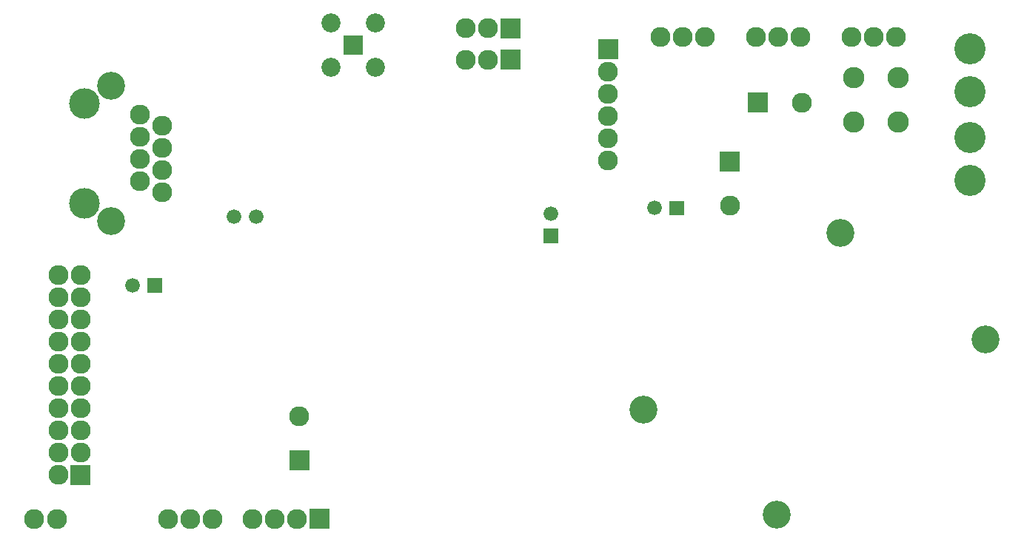
<source format=gbr>
G04 start of page 6 for group -4062 idx -4062 *
G04 Title: (unknown), soldermask *
G04 Creator: pcb 4.0.2 *
G04 CreationDate: Wed Oct 16 23:20:42 2019 UTC *
G04 For: walter *
G04 Format: Gerber/RS-274X *
G04 PCB-Dimensions (mil): 4429.13 2362.20 *
G04 PCB-Coordinate-Origin: lower left *
%MOIN*%
%FSLAX25Y25*%
%LNBOTTOMMASK*%
%ADD86C,0.1380*%
%ADD85C,0.0860*%
%ADD84C,0.0960*%
%ADD83C,0.1400*%
%ADD82C,0.0660*%
%ADD81C,0.0900*%
%ADD80C,0.0001*%
%ADD79C,0.1260*%
G54D79*X279763Y55236D03*
X433700Y86732D03*
X339684Y7835D03*
G54D80*G36*
X129162Y10405D02*Y1405D01*
X138162D01*
Y10405D01*
X129162D01*
G37*
G36*
X259280Y222216D02*Y213216D01*
X268280D01*
Y222216D01*
X259280D01*
G37*
G54D81*X263780Y207716D03*
Y197716D03*
X287425Y223229D03*
X263780Y187716D03*
Y177716D03*
Y167716D03*
G54D80*G36*
X234692Y136961D02*Y130361D01*
X241292D01*
Y136961D01*
X234692D01*
G37*
G54D82*X237992Y143661D03*
X284686Y146065D03*
G54D79*X368346Y134763D03*
G54D80*G36*
X326601Y198201D02*Y189201D01*
X335601D01*
Y198201D01*
X326601D01*
G37*
G54D81*X351101Y193701D03*
G54D80*G36*
X314004Y171627D02*Y162627D01*
X323004D01*
Y171627D01*
X314004D01*
G37*
G54D81*X318504Y147127D03*
X297425Y223229D03*
G54D80*G36*
X291386Y149365D02*Y142765D01*
X297986D01*
Y149365D01*
X291386D01*
G37*
G54D81*X307425Y223229D03*
X330425D03*
X340425D03*
X350425D03*
X373425D03*
X383425D03*
X393425D03*
G54D83*X426574Y217806D03*
G54D84*X394385Y184946D03*
X374385D03*
G54D83*X426574Y158642D03*
Y178042D03*
G54D84*X394385Y204946D03*
X374385D03*
G54D83*X426574Y198406D03*
G54D80*G36*
X144716Y223985D02*Y215385D01*
X153316D01*
Y223985D01*
X144716D01*
G37*
G54D85*X139016Y209685D03*
Y229685D03*
X159016Y209685D03*
Y229685D03*
G54D80*G36*
X215185Y217492D02*Y208492D01*
X224185D01*
Y217492D01*
X215185D01*
G37*
G54D81*X209685Y212992D03*
X199685D03*
G54D80*G36*
X215185Y231665D02*Y222665D01*
X224185D01*
Y231665D01*
X215185D01*
G37*
G54D81*X209685Y227165D03*
X199685D03*
G54D80*G36*
X21681Y30287D02*Y21287D01*
X30681D01*
Y30287D01*
X21681D01*
G37*
G54D81*X16181Y25787D03*
X26181Y35787D03*
X16181D03*
X26181Y45787D03*
X16181D03*
X26181Y55787D03*
X16181D03*
X26181Y65787D03*
X16181D03*
X85570Y5874D03*
X75531D03*
X65492D03*
X5452D03*
X15492D03*
G54D80*G36*
X120303Y36783D02*Y27783D01*
X129303D01*
Y36783D01*
X120303D01*
G37*
G54D81*X124803Y52283D03*
X123662Y5905D03*
X113662D03*
X103662D03*
X26181Y75787D03*
Y85787D03*
Y95787D03*
X16181Y75787D03*
Y85787D03*
Y95787D03*
Y105787D03*
Y115787D03*
X26181Y105787D03*
Y115787D03*
G54D80*G36*
X56347Y114519D02*Y107919D01*
X62947D01*
Y114519D01*
X56347D01*
G37*
G54D82*X49647Y111219D03*
G54D79*X39952Y140384D03*
G54D82*X105315Y142322D03*
X95315D03*
G54D79*X39952Y201384D03*
G54D86*X27952Y193384D03*
Y148384D03*
G54D81*X62952Y153384D03*
Y183384D03*
Y173384D03*
Y163384D03*
X52952Y178384D03*
Y168384D03*
Y188384D03*
Y158384D03*
M02*

</source>
